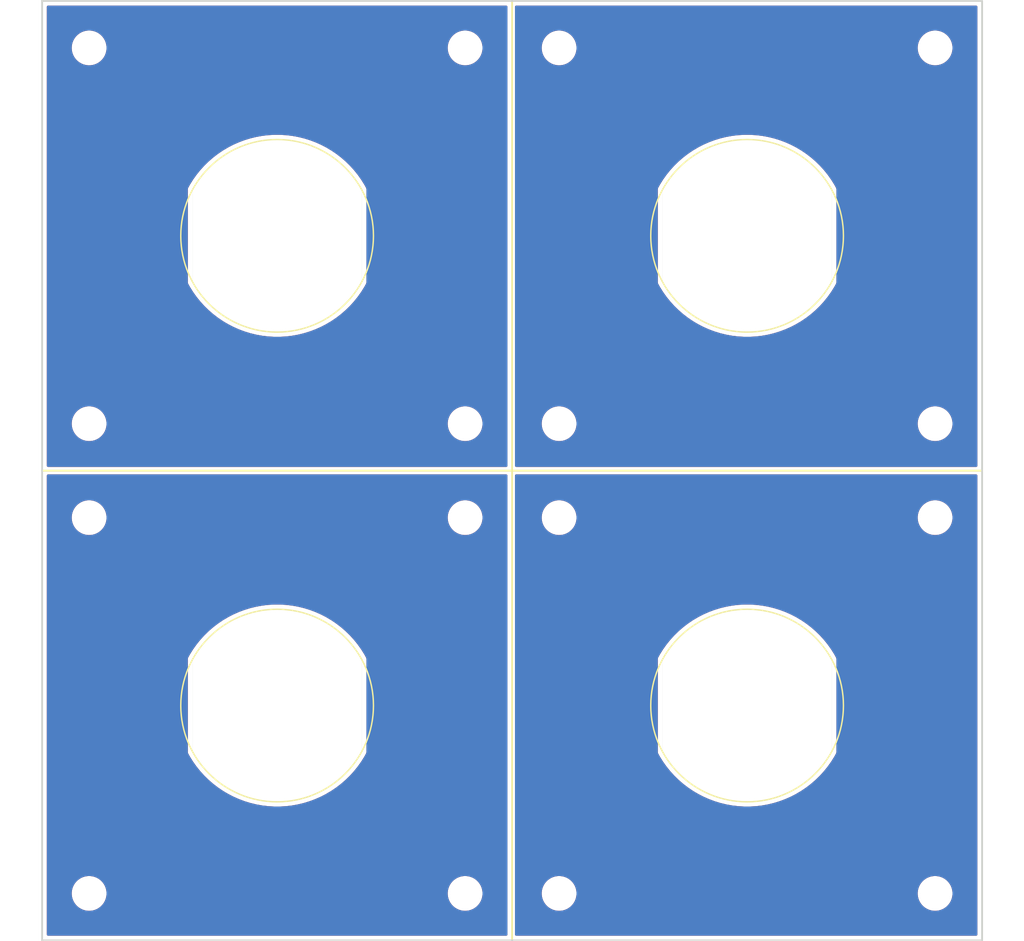
<source format=kicad_pcb>
(kicad_pcb (version 20240108) (generator "pcbnew") (generator_version "8.0")
  (layers (0 "F.Cu" signal) (31 "B.Cu" signal) (34 "B.Paste" user) (35 "F.Paste" user) (36 "B.SilkS" user "B.Silkscreen") (37 "F.SilkS" user "F.Silkscreen") (38 "B.Mask" user) (39 "F.Mask" user) (44 "Edge.Cuts" user))
  (net 0 "")
  (footprint "MountingHole:MountingHole_3.2mm_M3" (layer "F.Cu") (at 155 105)
    (property "Reference" "REF**" (hide yes))
    (property "Value" "MountingHole_3.2mm_M3")
    (pad "" np_thru_hole circle (at 0 0) (size 3.2 3.2) (drill 3.2) (layers "*.Cu" "*.Mask"))
  )
  (footprint "MountingHole:MountingHole_3.2mm_M3" (layer "F.Cu") (at 145 145)
    (property "Reference" "REF**" (hide yes))
    (property "Value" "MountingHole_3.2mm_M3")
    (pad "" np_thru_hole circle (at 0 0) (size 3.2 3.2) (drill 3.2) (layers "*.Cu" "*.Mask"))
  )
  (footprint "BAL:BAL" (layer "F.Cu") (at 125 125)
    (property "Reference" "REF**" (hide yes))
    (property "Value" "BAL")
    (fp_circle (center 0 0) (end 10.25 0) (stroke (width 0.15)) (fill none) (layer "F.SilkS"))
    (fp_line (start -9 -4.905354) (end -9 4.905354) (stroke (width 0.01)) (layer "Edge.Cuts"))
    (fp_line (start 9 -4.905354) (end 9 4.905354) (stroke (width 0.01)) (layer "Edge.Cuts"))
    (fp_arc (start -9 -4.905354) (mid 0 -10.25) (end 9 -4.905354) (stroke (width 0.01)) (layer "Edge.Cuts"))
    (fp_arc (start 9 4.905354) (mid 0 10.25) (end -9 4.905354) (stroke (width 0.01)) (layer "Edge.Cuts"))
  )
  (footprint "MountingHole:MountingHole_3.2mm_M3" (layer "F.Cu") (at 195 105)
    (property "Reference" "REF**" (hide yes))
    (property "Value" "MountingHole_3.2mm_M3")
    (pad "" np_thru_hole circle (at 0 0) (size 3.2 3.2) (drill 3.2) (layers "*.Cu" "*.Mask"))
  )
  (footprint "MountingHole:MountingHole_3.2mm_M3" (layer "F.Cu") (at 195 95)
    (property "Reference" "REF**" (hide yes))
    (property "Value" "MountingHole_3.2mm_M3")
    (pad "" np_thru_hole circle (at 0 0) (size 3.2 3.2) (drill 3.2) (layers "*.Cu" "*.Mask"))
  )
  (footprint "BAL:BAL" (layer "F.Cu") (at 175 75)
    (property "Reference" "REF**" (hide yes))
    (property "Value" "BAL")
    (fp_circle (center 0 0) (end 10.25 0) (stroke (width 0.15)) (fill none) (layer "F.SilkS"))
    (fp_line (start -9 -4.905354) (end -9 4.905354) (stroke (width 0.01)) (layer "Edge.Cuts"))
    (fp_line (start 9 -4.905354) (end 9 4.905354) (stroke (width 0.01)) (layer "Edge.Cuts"))
    (fp_arc (start -9 -4.905354) (mid 0 -10.25) (end 9 -4.905354) (stroke (width 0.01)) (layer "Edge.Cuts"))
    (fp_arc (start 9 4.905354) (mid 0 10.25) (end -9 4.905354) (stroke (width 0.01)) (layer "Edge.Cuts"))
  )
  (footprint "MountingHole:MountingHole_3.2mm_M3" (layer "F.Cu") (at 145 95)
    (property "Reference" "REF**" (hide yes))
    (property "Value" "MountingHole_3.2mm_M3")
    (pad "" np_thru_hole circle (at 0 0) (size 3.2 3.2) (drill 3.2) (layers "*.Cu" "*.Mask"))
  )
  (footprint "MountingHole:MountingHole_3.2mm_M3" (layer "F.Cu") (at 105 55)
    (property "Reference" "REF**" (hide yes))
    (property "Value" "MountingHole_3.2mm_M3")
    (pad "" np_thru_hole circle (at 0 0) (size 3.2 3.2) (drill 3.2) (layers "*.Cu" "*.Mask"))
  )
  (footprint "MountingHole:MountingHole_3.2mm_M3" (layer "F.Cu") (at 155 95)
    (property "Reference" "REF**" (hide yes))
    (property "Value" "MountingHole_3.2mm_M3")
    (pad "" np_thru_hole circle (at 0 0) (size 3.2 3.2) (drill 3.2) (layers "*.Cu" "*.Mask"))
  )
  (footprint "MountingHole:MountingHole_3.2mm_M3" (layer "F.Cu") (at 145 105)
    (property "Reference" "REF**" (hide yes))
    (property "Value" "MountingHole_3.2mm_M3")
    (pad "" np_thru_hole circle (at 0 0) (size 3.2 3.2) (drill 3.2) (layers "*.Cu" "*.Mask"))
  )
  (footprint "BAL:BAL" (layer "F.Cu") (at 125 75)
    (property "Reference" "REF**" (hide yes))
    (property "Value" "BAL")
    (fp_circle (center 0 0) (end 10.25 0) (stroke (width 0.15)) (fill none) (layer "F.SilkS"))
    (fp_line (start -9 -4.905354) (end -9 4.905354) (stroke (width 0.01)) (layer "Edge.Cuts"))
    (fp_line (start 9 -4.905354) (end 9 4.905354) (stroke (width 0.01)) (layer "Edge.Cuts"))
    (fp_arc (start -9 -4.905354) (mid 0 -10.25) (end 9 -4.905354) (stroke (width 0.01)) (layer "Edge.Cuts"))
    (fp_arc (start 9 4.905354) (mid 0 10.25) (end -9 4.905354) (stroke (width 0.01)) (layer "Edge.Cuts"))
  )
  (footprint "MountingHole:MountingHole_3.2mm_M3" (layer "F.Cu") (at 105 95)
    (property "Reference" "REF**" (hide yes))
    (property "Value" "MountingHole_3.2mm_M3")
    (pad "" np_thru_hole circle (at 0 0) (size 3.2 3.2) (drill 3.2) (layers "*.Cu" "*.Mask"))
  )
  (footprint "BAL:BAL" (layer "F.Cu") (at 175 125)
    (property "Reference" "REF**" (hide yes))
    (property "Value" "BAL")
    (fp_circle (center 0 0) (end 10.25 0) (stroke (width 0.15)) (fill none) (layer "F.SilkS"))
    (fp_line (start -9 -4.905354) (end -9 4.905354) (stroke (width 0.01)) (layer "Edge.Cuts"))
    (fp_line (start 9 -4.905354) (end 9 4.905354) (stroke (width 0.01)) (layer "Edge.Cuts"))
    (fp_arc (start -9 -4.905354) (mid 0 -10.25) (end 9 -4.905354) (stroke (width 0.01)) (layer "Edge.Cuts"))
    (fp_arc (start 9 4.905354) (mid 0 10.25) (end -9 4.905354) (stroke (width 0.01)) (layer "Edge.Cuts"))
  )
  (footprint "MountingHole:MountingHole_3.2mm_M3" (layer "F.Cu") (at 195 55)
    (property "Reference" "REF**" (hide yes))
    (property "Value" "MountingHole_3.2mm_M3")
    (pad "" np_thru_hole circle (at 0 0) (size 3.2 3.2) (drill 3.2) (layers "*.Cu" "*.Mask"))
  )
  (footprint "MountingHole:MountingHole_3.2mm_M3" (layer "F.Cu") (at 145 55)
    (property "Reference" "REF**" (hide yes))
    (property "Value" "MountingHole_3.2mm_M3")
    (pad "" np_thru_hole circle (at 0 0) (size 3.2 3.2) (drill 3.2) (layers "*.Cu" "*.Mask"))
  )
  (footprint "MountingHole:MountingHole_3.2mm_M3" (layer "F.Cu") (at 195 145)
    (property "Reference" "REF**" (hide yes))
    (property "Value" "MountingHole_3.2mm_M3")
    (pad "" np_thru_hole circle (at 0 0) (size 3.2 3.2) (drill 3.2) (layers "*.Cu" "*.Mask"))
  )
  (footprint "MountingHole:MountingHole_3.2mm_M3" (layer "F.Cu") (at 155 145)
    (property "Reference" "REF**" (hide yes))
    (property "Value" "MountingHole_3.2mm_M3")
    (pad "" np_thru_hole circle (at 0 0) (size 3.2 3.2) (drill 3.2) (layers "*.Cu" "*.Mask"))
  )
  (footprint "MountingHole:MountingHole_3.2mm_M3" (layer "F.Cu") (at 155 55)
    (property "Reference" "REF**" (hide yes))
    (property "Value" "MountingHole_3.2mm_M3")
    (pad "" np_thru_hole circle (at 0 0) (size 3.2 3.2) (drill 3.2) (layers "*.Cu" "*.Mask"))
  )
  (footprint "MountingHole:MountingHole_3.2mm_M3" (layer "F.Cu") (at 105 105)
    (property "Reference" "REF**" (hide yes))
    (property "Value" "MountingHole_3.2mm_M3")
    (pad "" np_thru_hole circle (at 0 0) (size 3.2 3.2) (drill 3.2) (layers "*.Cu" "*.Mask"))
  )
  (footprint "MountingHole:MountingHole_3.2mm_M3" (layer "F.Cu") (at 105 145)
    (property "Reference" "REF**" (hide yes))
    (property "Value" "MountingHole_3.2mm_M3")
    (pad "" np_thru_hole circle (at 0 0) (size 3.2 3.2) (drill 3.2) (layers "*.Cu" "*.Mask"))
  )
  (gr_line (start 100 100) (end 200 100) (stroke (width 0.2)) (layer "F.SilkS"))
  (gr_line (start 150 150) (end 150 50) (stroke (width 0.2)) (layer "F.SilkS"))
  (gr_rect (start 100 50) (end 200 150) (stroke (width 0.2)) (fill none) (layer "Edge.Cuts"))
  (zone (net 0) (net_name "") (layers "F&B.Cu") (name "TOP") (connect_pads (clearance 0.5)) (min_thickness 0.25) (fill yes (thermal_gap 0.5) (thermal_bridge_width 0.5) (island_removal_mode 1) (island_area_min 10))
    (polygon (pts (xy 200.0377 50.12944) (xy 99.92614 50.00498) (xy 100.04552 149.93112) (xy 200.02246 149.91842)))
  )
  (zone (net 0) (net_name "") (layers "F&B.Cu") (connect_pads (clearance 0)) (min_thickness 0.25)
    (keepout (tracks allowed) (vias allowed) (pads allowed) (copperpour not_allowed) (footprints allowed))
    (fill (thermal_gap 0.5) (thermal_bridge_width 0.5))
    (polygon (pts (xy 149.6 150) (xy 150.305 150.00996) (xy 150.305 50.00996) (xy 149.505 50.00996) (xy 149.505 150.00996)))
  )
  (zone (net 0) (net_name "") (layers "F&B.Cu") (connect_pads (clearance 0)) (min_thickness 0.25)
    (keepout (tracks allowed) (vias allowed) (pads allowed) (copperpour not_allowed) (footprints allowed))
    (fill (thermal_gap 0.5) (thermal_bridge_width 0.5))
    (polygon (pts (xy 100.00996 99.695) (xy 100 100.4) (xy 200 100.4) (xy 200 99.6) (xy 100 99.6)))
  )
)
</source>
